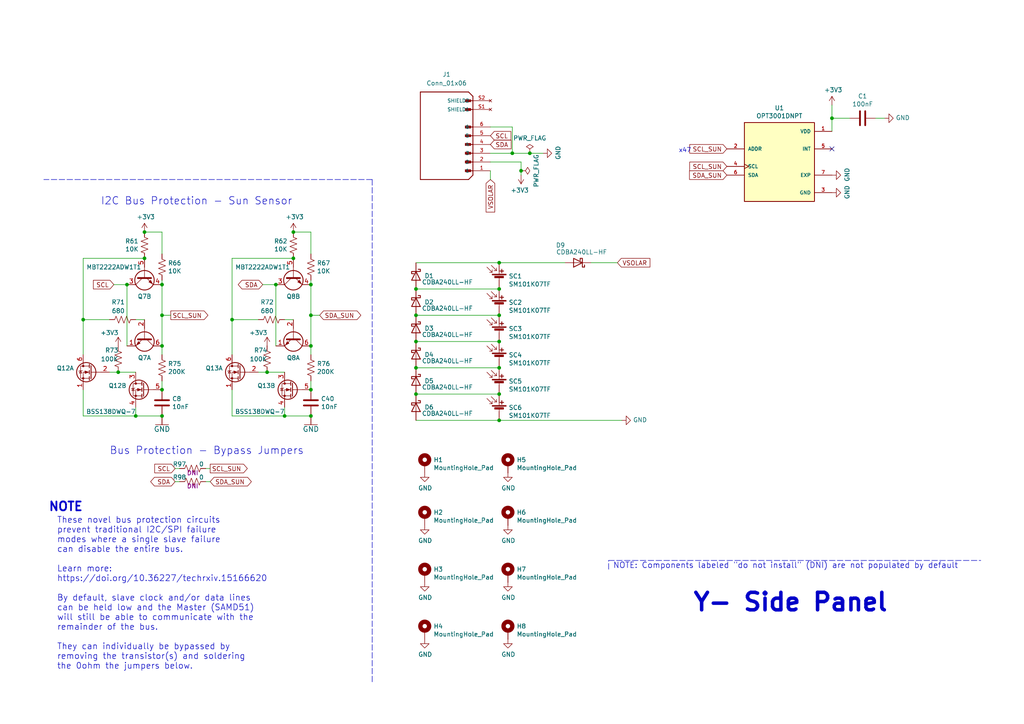
<source format=kicad_sch>
(kicad_sch (version 20211123) (generator eeschema)
  (paper "A4")
  (title_block (title "Sapling Y- Side Panel") (date "2022-05-02") (rev "Flight Ver. 1") (company "Stanford SSI") (comment 1 "Grant Regen"))
  (lib_symbols
    (symbol "Device:C" (pin_numbers hide) (pin_names (offset 0.254))
      (property "Reference" "C" (at 0.635 2.54 0))
      (property "Value" "C" (at 0.635 -2.54 0))
      (symbol "C_0_1"
        (polyline (pts (xy -2.032 -0.762) (xy 2.032 -0.762)) (stroke (width 0.508)))
        (polyline (pts (xy -2.032 0.762) (xy 2.032 0.762)) (stroke (width 0.508)))
      )
      (symbol "C_1_1"
        (pin passive line (at 0 3.81 270) (length 2.794) (name "~") (number "1"))
        (pin passive line (at 0 -3.81 90) (length 2.794) (name "~") (number "2"))
      )
    )
    (symbol "Device:D_Schottky" (pin_numbers hide) (pin_names (offset 1.016) hide)
      (property "Reference" "D" (at 0 2.54 0))
      (property "Value" "D_Schottky" (at 0 -2.54 0))
      (symbol "D_Schottky_0_1"
        (polyline (pts (xy 1.27 0) (xy -1.27 0)))
        (polyline (pts (xy 1.27 1.27) (xy 1.27 -1.27) (xy -1.27 0) (xy 1.27 1.27)) (stroke (width 0.254)))
        (polyline (pts (xy -1.905 0.635) (xy -1.905 1.27) (xy -1.27 1.27) (xy -1.27 -1.27) (xy -0.635 -1.27) (xy -0.635 -0.635)) (stroke (width 0.254)))
      )
      (symbol "D_Schottky_1_1"
        (pin passive line (at -3.81 0 0) (length 2.54) (name "K") (number "1"))
        (pin passive line (at 3.81 0 180) (length 2.54) (name "A") (number "2"))
      )
    )
    (symbol "Device:R_US" (pin_numbers hide) (pin_names (offset 0))
      (property "Reference" "R" (at 2.54 0 90))
      (property "Value" "R_US" (at -2.54 0 90))
      (symbol "R_US_0_1"
        (polyline (pts (xy 0 -2.286) (xy 0 -2.54)))
        (polyline (pts (xy 0 2.286) (xy 0 2.54)))
        (polyline (pts (xy 0 -0.762) (xy 1.016 -1.143) (xy 0 -1.524) (xy -1.016 -1.905) (xy 0 -2.286)))
        (polyline (pts (xy 0 0.762) (xy 1.016 0.381) (xy 0 0) (xy -1.016 -0.381) (xy 0 -0.762)))
        (polyline (pts (xy 0 2.286) (xy 1.016 1.905) (xy 0 1.524) (xy -1.016 1.143) (xy 0 0.762)))
      )
      (symbol "R_US_1_1"
        (pin passive line (at 0 3.81 270) (length 1.27) (name "~") (number "1"))
        (pin passive line (at 0 -3.81 90) (length 1.27) (name "~") (number "2"))
      )
    )
    (symbol "Device:Solar_Cell" (pin_numbers hide) (pin_names (offset 0) hide)
      (property "Reference" "SC" (at 2.54 2.54 0))
      (property "Value" "Solar_Cell" (at 2.54 0 0))
      (symbol "Solar_Cell_0_1"
        (rectangle (start -2.032 1.778) (end 2.032 1.524) (fill (type outline)))
        (rectangle (start -1.3208 1.1938) (end 1.27 0.6858) (fill (type outline)))
        (polyline (pts (xy -2.032 2.286) (xy -3.556 3.81)))
        (polyline (pts (xy -0.762 2.794) (xy -2.286 4.318)))
        (polyline (pts (xy 0 0.762) (xy 0 0)))
        (polyline (pts (xy 0 1.778) (xy 0 2.54)))
        (polyline (pts (xy 0.254 2.667) (xy 1.27 2.667)) (stroke (width 0.254)))
        (polyline (pts (xy 0.762 3.175) (xy 0.762 2.159)) (stroke (width 0.254)))
        (polyline (pts (xy -2.032 3.048) (xy -2.032 2.286) (xy -2.794 2.286)))
        (polyline (pts (xy -0.762 3.556) (xy -0.762 2.794) (xy -1.524 2.794)))
      )
      (symbol "Solar_Cell_1_1"
        (pin passive line (at 0 5.08 270) (length 2.54) (name "+") (number "1"))
        (pin passive line (at 0 -2.54 90) (length 2.54) (name "-") (number "2"))
      )
    )
    (symbol "Mechanical:MountingHole_Pad" (pin_numbers hide) (pin_names (offset 1.016) hide)
      (property "Reference" "H" (at 0 6.35 0))
      (property "Value" "MountingHole_Pad" (at 0 4.445 0))
      (symbol "MountingHole_Pad_0_1"
        (circle (center 0 1.27) (radius 1.27) (stroke (width 1.27)))
      )
      (symbol "MountingHole_Pad_1_1"
        (pin input line (at 0 -2.54 90) (length 2.54) (name "1") (number "1"))
      )
    )
    (symbol "Transistor_BJT:MBT2222ADW1T1" (pin_names (offset 0) hide)
      (property "Reference" "Q" (at 5.08 1.27 0))
      (property "Value" "MBT2222ADW1T1" (at 5.08 -1.27 0))
      (symbol "MBT2222ADW1T1_0_1"
        (polyline (pts (xy 0.635 0) (xy -2.54 0)))
        (polyline (pts (xy 0.635 0.635) (xy 2.54 2.54)))
        (polyline (pts (xy 0.635 -0.635) (xy 2.54 -2.54) (xy 2.54 -2.54)))
        (polyline (pts (xy 0.635 1.905) (xy 0.635 -1.905) (xy 0.635 -1.905)) (stroke (width 0.508)))
        (polyline (pts (xy 1.27 -1.778) (xy 1.778 -1.27) (xy 2.286 -2.286) (xy 1.27 -1.778) (xy 1.27 -1.778)) (fill (type outline)))
        (circle (center 1.27 0) (radius 2.8194) (stroke (width 0.254)))
      )
      (symbol "MBT2222ADW1T1_1_1"
        (pin passive line (at 2.54 -5.08 90) (length 2.54) (name "E1") (number "1"))
        (pin input line (at -5.08 0 0) (length 2.54) (name "B1") (number "2"))
        (pin passive line (at 2.54 5.08 270) (length 2.54) (name "C1") (number "6"))
      )
      (symbol "MBT2222ADW1T1_2_1"
        (pin passive line (at 2.54 5.08 270) (length 2.54) (name "C2") (number "3"))
        (pin passive line (at 2.54 -5.08 90) (length 2.54) (name "E2") (number "4"))
        (pin input line (at -5.08 0 0) (length 2.54) (name "B2") (number "5"))
      )
    )
    (symbol "mainboard:BSS138DWQ-7" (pin_names (offset 0.762) hide)
      (property "Reference" "Q" (at -2.54 5.08 0))
      (property "Value" "BSS138DWQ-7" (at 3.81 6.35 0))
      (symbol "BSS138DWQ-7_1_1"
        (polyline (pts (xy -1.016 0) (xy -3.81 0)))
        (polyline (pts (xy -1.016 1.905) (xy -1.016 -1.905)) (stroke (width 0.254)))
        (polyline (pts (xy -0.508 -1.27) (xy -0.508 -2.286)) (stroke (width 0.254)))
        (polyline (pts (xy -0.508 0.508) (xy -0.508 -0.508)) (stroke (width 0.254)))
        (polyline (pts (xy -0.508 2.286) (xy -0.508 1.27)) (stroke (width 0.254)))
        (polyline (pts (xy 1.27 2.54) (xy 1.27 1.778)))
        (polyline (pts (xy 1.27 -2.54) (xy 1.27 0) (xy -0.508 0)))
        (polyline (pts (xy -0.508 -1.778) (xy 2.032 -1.778) (xy 2.032 1.778) (xy -0.508 1.778)))
        (polyline (pts (xy -0.254 0) (xy 0.762 0.381) (xy 0.762 -0.381) (xy -0.254 0)) (fill (type outline)))
        (polyline (pts (xy 1.524 0.508) (xy 1.651 0.381) (xy 2.413 0.381) (xy 2.54 0.254)))
        (polyline (pts (xy 2.032 0.381) (xy 1.651 -0.254) (xy 2.413 -0.254) (xy 2.032 0.381)))
        (circle (center 0.381 0) (radius 2.794) (stroke (width 0.254)))
        (circle (center 1.27 -1.778) (radius 0.254) (fill (type outline)))
        (circle (center 1.27 1.778) (radius 0.254) (fill (type outline)))
        (pin passive line (at 1.27 -5.08 90) (length 2.54) (name "S2") (number "1"))
        (pin input line (at -6.35 0 0) (length 2.54) (name "G2") (number "2"))
        (pin passive line (at 1.27 5.08 270) (length 2.54) (name "D1") (number "6"))
      )
      (symbol "BSS138DWQ-7_2_1"
        (polyline (pts (xy -1.016 0) (xy -3.81 0)))
        (polyline (pts (xy -1.016 1.905) (xy -1.016 -1.905)) (stroke (width 0.254)))
        (polyline (pts (xy -0.508 -1.27) (xy -0.508 -2.286)) (stroke (width 0.254)))
        (polyline (pts (xy -0.508 0.508) (xy -0.508 -0.508)) (stroke (width 0.254)))
        (polyline (pts (xy -0.508 2.286) (xy -0.508 1.27)) (stroke (width 0.254)))
        (polyline (pts (xy 1.27 2.54) (xy 1.27 1.778)))
        (polyline (pts (xy 1.27 -2.54) (xy 1.27 0) (xy -0.508 0)))
        (polyline (pts (xy -0.508 -1.778) (xy 2.032 -1.778) (xy 2.032 1.778) (xy -0.508 1.778)))
        (polyline (pts (xy -0.254 0) (xy 0.762 0.381) (xy 0.762 -0.381) (xy -0.254 0)) (fill (type outline)))
        (polyline (pts (xy 1.524 0.508) (xy 1.651 0.381) (xy 2.413 0.381) (xy 2.54 0.254)))
        (polyline (pts (xy 2.032 0.381) (xy 1.651 -0.254) (xy 2.413 -0.254) (xy 2.032 0.381)))
        (circle (center 0.381 0) (radius 2.794) (stroke (width 0.254)))
        (circle (center 1.27 -1.778) (radius 0.254) (fill (type outline)))
        (circle (center 1.27 1.778) (radius 0.254) (fill (type outline)))
        (pin passive line (at 1.27 5.08 270) (length 2.54) (name "D2") (number "3"))
        (pin passive line (at 1.27 -5.08 90) (length 2.54) (name "S1") (number "4"))
        (pin input line (at -6.35 0 0) (length 2.54) (name "G1") (number "5"))
      )
    )
    (symbol "mainboard:GND" (power) (pin_names (offset 1.016))
      (property "Value" "GND" (at -2.54 -2.54 0))
      (symbol "GND_1_0"
        (polyline (pts (xy -1.905 0) (xy 1.905 0)))
        (pin power_in line (at 0 2.54 270) (length 2.54) (name "GND") (number "1"))
      )
    )
    (symbol "power:+3.3V" (power) (pin_names (offset 0))
      (property "Value" "+3.3V" (at 0 3.556 0))
      (symbol "+3.3V_0_1"
        (polyline (pts (xy -0.762 1.27) (xy 0 2.54)))
        (polyline (pts (xy 0 0) (xy 0 2.54)))
        (polyline (pts (xy 0 2.54) (xy 0.762 1.27)))
      )
      (symbol "+3.3V_1_1"
        (pin power_in line (at 0 0 90) (length 0) hide (name "+3V3") (number "1"))
      )
    )
    (symbol "power:GND" (power) (pin_names (offset 0))
      (property "Value" "GND" (at 0 -3.81 0))
      (symbol "GND_0_1"
        (polyline (pts (xy 0 0) (xy 0 -1.27) (xy 1.27 -1.27) (xy 0 -2.54) (xy -1.27 -1.27) (xy 0 -1.27)))
      )
      (symbol "GND_1_1"
        (pin power_in line (at 0 0 270) (length 0) hide (name "GND") (number "1"))
      )
    )
    (symbol "power:PWR_FLAG" (power) (pin_numbers hide) (pin_names (offset 0) hide)
      (property "Value" "PWR_FLAG" (at 0 3.81 0))
      (symbol "PWR_FLAG_0_0"
        (pin power_out line (at 0 0 90) (length 0) (name "pwr") (number "1"))
      )
      (symbol "PWR_FLAG_0_1"
        (polyline (pts (xy 0 0) (xy 0 1.27) (xy -1.016 1.905) (xy 0 2.54) (xy 1.016 1.905) (xy 0 1.27)))
      )
    )
    (symbol "solarpanelboards:2053380006" (pin_names (offset 1.016))
      (property "Reference" "J" (at -7.62 13.97 0))
      (property "Value" "2053380006" (at -7.62 -15.24 0))
      (symbol "2053380006_0_0"
        (rectangle (start -6.985 -10.4648) (end -5.3848 -9.8298) (fill (type outline)))
        (rectangle (start -6.985 -7.9248) (end -5.3848 -7.2898) (fill (type outline)))
        (rectangle (start -6.985 -2.8448) (end -5.3848 -2.2098) (fill (type outline)))
        (rectangle (start -6.985 -0.3048) (end -5.3848 0.3048) (fill (type outline)))
        (rectangle (start -6.985 2.2098) (end -5.3848 2.8448) (fill (type outline)))
        (rectangle (start -6.985 4.7498) (end -5.3848 5.3848) (fill (type outline)))
        (rectangle (start -6.985 7.2898) (end -5.3848 7.9248) (fill (type outline)))
        (rectangle (start -6.985 9.8298) (end -5.3848 10.4648) (fill (type outline)))
        (polyline (pts (xy -7.62 -11.43) (xy -6.35 -12.7)) (stroke (width 0.254)))
        (polyline (pts (xy -7.62 -10.16) (xy -5.715 -10.16)) (stroke (width 0.254)))
        (polyline (pts (xy -7.62 -7.62) (xy -5.715 -7.62)) (stroke (width 0.254)))
        (polyline (pts (xy -7.62 -2.54) (xy -7.62 -11.43)) (stroke (width 0.254)))
        (polyline (pts (xy -7.62 -2.54) (xy -5.715 -2.54)) (stroke (width 0.254)))
        (polyline (pts (xy -7.62 0) (xy -7.62 -2.54)) (stroke (width 0.254)))
        (polyline (pts (xy -7.62 0) (xy -5.715 0)) (stroke (width 0.254)))
        (polyline (pts (xy -7.62 2.54) (xy -7.62 0)) (stroke (width 0.254)))
        (polyline (pts (xy -7.62 2.54) (xy -5.715 2.54)) (stroke (width 0.254)))
        (polyline (pts (xy -7.62 5.08) (xy -7.62 2.54)) (stroke (width 0.254)))
        (polyline (pts (xy -7.62 5.08) (xy -5.715 5.08)) (stroke (width 0.254)))
        (polyline (pts (xy -7.62 7.62) (xy -5.715 7.62)) (stroke (width 0.254)))
        (polyline (pts (xy -7.62 10.16) (xy -5.715 10.16)) (stroke (width 0.254)))
        (polyline (pts (xy -7.62 11.43) (xy -7.62 5.08)) (stroke (width 0.254)))
        (polyline (pts (xy -7.62 11.43) (xy -6.35 12.7)) (stroke (width 0.254)))
        (polyline (pts (xy -6.35 -12.7) (xy 7.62 -12.7)) (stroke (width 0.254)))
        (polyline (pts (xy 7.62 -12.7) (xy 7.62 12.7)) (stroke (width 0.254)))
        (polyline (pts (xy 7.62 12.7) (xy -6.35 12.7)) (stroke (width 0.254)))
        (pin passive line (at -12.7 10.16 0) (length 5.08) (name "1") (number "1"))
        (pin passive line (at -12.7 7.62 0) (length 5.08) (name "2") (number "2"))
        (pin passive line (at -12.7 5.08 0) (length 5.08) (name "3") (number "3"))
        (pin passive line (at -12.7 2.54 0) (length 5.08) (name "4") (number "4"))
        (pin passive line (at -12.7 0 0) (length 5.08) (name "5") (number "5"))
        (pin passive line (at -12.7 -2.54 0) (length 5.08) (name "6") (number "6"))
        (pin no_connect line (at -12.7 -7.62 0) (length 5.08) (name "SHIELD1") (number "S1"))
        (pin no_connect line (at -12.7 -10.16 0) (length 5.08) (name "SHIELD2") (number "S2"))
      )
    )
    (symbol "solarpanelboards:OPT3001DNPT" (pin_names (offset 1.016))
      (property "Reference" "U" (at -10.16 13.97 0))
      (property "Value" "OPT3001DNPT" (at -6.35 -12.7 0))
      (symbol "OPT3001DNPT_0_0"
        (rectangle (start -10.16 -10.16) (end 10.16 12.7) (stroke (width 0.254)) (fill (type background)))
        (pin power_in line (at 15.24 10.16 180) (length 5.08) (name "VDD") (number "1"))
        (pin input line (at -15.24 5.08 0) (length 5.08) (name "ADDR") (number "2"))
        (pin power_in line (at 15.24 -7.62 180) (length 5.08) (name "GND") (number "3"))
        (pin input clock (at -15.24 0 0) (length 5.08) (name "SCL") (number "4"))
        (pin output line (at 15.24 5.08 180) (length 5.08) (name "INT") (number "5"))
        (pin bidirectional line (at -15.24 -2.54 0) (length 5.08) (name "SDA") (number "6"))
        (pin passive line (at 15.24 -2.54 180) (length 5.08) (name "EXP") (number "7"))
      )
    )
  )
  (junction (at 90.17 113.03))
  (junction (at 85.09 67.31))
  (junction (at 120.65 83.82))
  (junction (at 120.65 114.3))
  (junction (at 148.59 44.45))
  (junction (at 46.99 91.44))
  (junction (at 144.78 121.92))
  (junction (at 77.47 107.95))
  (junction (at 46.99 113.03))
  (junction (at 144.78 99.06))
  (junction (at 41.91 74.93))
  (junction (at 46.99 82.55))
  (junction (at 82.55 120.65))
  (junction (at 34.29 107.95))
  (junction (at 144.78 106.68))
  (junction (at 24.13 92.71))
  (junction (at 80.01 82.55))
  (junction (at 144.78 91.44))
  (junction (at 90.17 91.44))
  (junction (at 46.99 120.65))
  (junction (at 144.78 76.2))
  (junction (at 67.31 92.71))
  (junction (at 46.99 100.33))
  (junction (at 120.65 106.68))
  (junction (at 151.13 49.53))
  (junction (at 90.17 82.55))
  (junction (at 144.78 114.3))
  (junction (at 85.09 74.93))
  (junction (at 120.65 99.06))
  (junction (at 39.37 120.65))
  (junction (at 41.91 67.31))
  (junction (at 153.67 44.45))
  (junction (at 36.83 82.55))
  (junction (at 120.65 91.44))
  (junction (at 241.3 34.29))
  (junction (at 90.17 120.65))
  (junction (at 144.78 83.82))
  (junction (at 90.17 100.33))
  (no_connect (at 241.3 43.18))
  (wire (pts (xy 36.83 82.55) (xy 36.83 100.33)))
  (wire (pts (xy 142.24 46.99) (xy 151.13 46.99)))
  (wire (pts (xy 24.13 102.87) (xy 24.13 92.71)))
  (wire (pts (xy 120.65 91.44) (xy 144.78 91.44)))
  (wire (pts (xy 49.53 91.44) (xy 46.99 91.44)))
  (wire (pts (xy 46.99 91.44) (xy 46.99 82.55)))
  (wire (pts (xy 46.99 110.49) (xy 46.99 113.03)))
  (wire (pts (xy 67.31 102.87) (xy 67.31 92.71)))
  (wire (pts (xy 92.71 91.44) (xy 90.17 91.44)))
  (wire (pts (xy 90.17 102.87) (xy 90.17 100.33)))
  (wire (pts (xy 171.45 76.2) (xy 179.07 76.2)))
  (polyline (pts (xy 176.53 165.1) (xy 176.53 162.56)))
  (wire (pts (xy 241.3 34.29) (xy 241.3 30.48)))
  (wire (pts (xy 77.47 107.95) (xy 74.93 107.95)))
  (wire (pts (xy 76.2 82.55) (xy 80.01 82.55)))
  (wire (pts (xy 50.8 135.89) (xy 52.07 135.89)))
  (wire (pts (xy 39.37 107.95) (xy 34.29 107.95)))
  (wire (pts (xy 24.13 74.93) (xy 41.91 74.93)))
  (wire (pts (xy 254 34.29) (xy 256.54 34.29)))
  (wire (pts (xy 90.17 110.49) (xy 90.17 113.03)))
  (wire (pts (xy 120.65 83.82) (xy 144.78 83.82)))
  (wire (pts (xy 60.96 139.7) (xy 59.69 139.7)))
  (wire (pts (xy 142.24 49.53) (xy 142.24 52.07)))
  (wire (pts (xy 67.31 113.03) (xy 67.31 120.65)))
  (wire (pts (xy 142.24 36.83) (xy 148.59 36.83)))
  (wire (pts (xy 148.59 44.45) (xy 153.67 44.45)))
  (wire (pts (xy 120.65 99.06) (xy 144.78 99.06)))
  (wire (pts (xy 67.31 120.65) (xy 82.55 120.65)))
  (wire (pts (xy 241.3 38.1) (xy 241.3 34.29)))
  (wire (pts (xy 24.13 92.71) (xy 31.75 92.71)))
  (wire (pts (xy 90.17 100.33) (xy 90.17 91.44)))
  (wire (pts (xy 67.31 74.93) (xy 85.09 74.93)))
  (polyline (pts (xy 107.95 52.07) (xy 107.95 198.12)))
  (wire (pts (xy 120.65 121.92) (xy 144.78 121.92)))
  (wire (pts (xy 50.8 139.7) (xy 52.07 139.7)))
  (wire (pts (xy 85.09 92.71) (xy 82.55 92.71)))
  (wire (pts (xy 67.31 92.71) (xy 74.93 92.71)))
  (wire (pts (xy 90.17 73.66) (xy 90.17 67.31)))
  (polyline (pts (xy 176.53 162.56) (xy 284.48 162.56)))
  (wire (pts (xy 24.13 113.03) (xy 24.13 120.65)))
  (wire (pts (xy 46.99 67.31) (xy 41.91 67.31)))
  (wire (pts (xy 144.78 121.92) (xy 180.34 121.92)))
  (wire (pts (xy 148.59 36.83) (xy 148.59 44.45)))
  (wire (pts (xy 120.65 76.2) (xy 144.78 76.2)))
  (wire (pts (xy 163.83 76.2) (xy 144.78 76.2)))
  (wire (pts (xy 39.37 118.11) (xy 39.37 120.65)))
  (wire (pts (xy 39.37 120.65) (xy 46.99 120.65)))
  (wire (pts (xy 80.01 82.55) (xy 80.01 100.33)))
  (wire (pts (xy 120.65 106.68) (xy 144.78 106.68)))
  (wire (pts (xy 33.02 82.55) (xy 36.83 82.55)))
  (wire (pts (xy 82.55 107.95) (xy 77.47 107.95)))
  (wire (pts (xy 60.96 135.89) (xy 59.69 135.89)))
  (wire (pts (xy 46.99 102.87) (xy 46.99 100.33)))
  (wire (pts (xy 41.91 92.71) (xy 39.37 92.71)))
  (wire (pts (xy 153.67 44.45) (xy 157.48 44.45)))
  (wire (pts (xy 46.99 100.33) (xy 46.99 91.44)))
  (wire (pts (xy 67.31 92.71) (xy 67.31 74.93)))
  (wire (pts (xy 24.13 120.65) (xy 39.37 120.65)))
  (wire (pts (xy 151.13 49.53) (xy 151.13 50.8)))
  (wire (pts (xy 90.17 91.44) (xy 90.17 82.55)))
  (wire (pts (xy 34.29 107.95) (xy 31.75 107.95)))
  (wire (pts (xy 82.55 118.11) (xy 82.55 120.65)))
  (wire (pts (xy 46.99 81.28) (xy 46.99 82.55)))
  (wire (pts (xy 82.55 120.65) (xy 90.17 120.65)))
  (wire (pts (xy 46.99 73.66) (xy 46.99 67.31)))
  (wire (pts (xy 120.65 114.3) (xy 144.78 114.3)))
  (wire (pts (xy 151.13 46.99) (xy 151.13 49.53)))
  (wire (pts (xy 24.13 92.71) (xy 24.13 74.93)))
  (wire (pts (xy 246.38 34.29) (xy 241.3 34.29)))
  (wire (pts (xy 90.17 67.31) (xy 85.09 67.31)))
  (wire (pts (xy 142.24 44.45) (xy 148.59 44.45)))
  (polyline (pts (xy 107.95 52.07) (xy 12.7 52.07)))
  (wire (pts (xy 90.17 81.28) (xy 90.17 82.55)))
  (text "Y- Side Panel" (at 200.66 177.8 0) (effects (font (size 5.08 5.08) (thickness 1.016) bold) (justify left bottom)))
  (text "x47" (at 196.85 44.45 0) (effects (font (size 1.27 1.27)) (justify left bottom)))
  (text "Bus Protection - Bypass Jumpers" (at 31.75 132.08 0) (effects (font (size 2.159 2.159)) (justify left bottom)))
  (text "NOTE: Components labeled \"do not install\" (DNI) are not populated by default" (at 177.8 165.1 0) (effects (font (size 1.651 1.651)) (justify left bottom)))
  (text "NOTE" (at 13.97 148.59 0) (effects (font (size 2.54 2.54) (thickness 0.508) bold) (justify left bottom)))
  (text "These novel bus protection circuits\nprevent traditional I2C/SPI failure \nmodes where a single slave failure\ncan disable the entire bus.\n\nLearn more: \nhttps://doi.org/10.36227/techrxiv.15166620\n\nBy default, slave clock and/or data lines \ncan be held low and the Master (SAMD51) \nwill still be able to communicate with the \nremainder of the bus.\n\nThey can individually be bypassed by \nremoving the transistor(s) and soldering\nthe 0ohm the jumpers below." (at 16.51 194.31 0) (effects (font (size 1.7526 1.7526)) (justify left bottom)))
  (text "I2C Bus Protection - Sun Sensor" (at 29.21 59.69 0) (effects (font (size 2.159 2.159)) (justify left bottom)))
  (global_label "SDA_SUN" (shape input) (at 210.82 50.8 180) (property "Intersheet References" "${INTERSHEET_REFS}" (effects hide)))
  (global_label "SCL" (shape input) (at 33.02 82.55 180) (property "Intersheet References" "${INTERSHEET_REFS}" (effects hide)))
  (global_label "SCL_SUN" (shape output) (at 60.96 135.89 0) (property "Intersheet References" "${INTERSHEET_REFS}" (effects hide)))
  (global_label "SCL_SUN" (shape input) (at 210.82 48.26 180) (property "Intersheet References" "${INTERSHEET_REFS}" (effects hide)))
  (global_label "SDA" (shape bidirectional) (at 50.8 139.7 180) (property "Intersheet References" "${INTERSHEET_REFS}" (effects hide)))
  (global_label "SCL_SUN" (shape output) (at 49.53 91.44 0) (property "Intersheet References" "${INTERSHEET_REFS}" (effects hide)))
  (global_label "SCL_SUN" (shape input) (at 210.82 43.18 180) (property "Intersheet References" "${INTERSHEET_REFS}" (effects hide)))
  (global_label "VSOLAR" (shape input) (at 142.24 52.07 270) (property "Intersheet References" "${INTERSHEET_REFS}" (effects hide)))
  (global_label "SCL" (shape input) (at 142.24 39.37 0) (property "Intersheet References" "${INTERSHEET_REFS}" (effects hide)))
  (global_label "SDA" (shape bidirectional) (at 76.2 82.55 180) (property "Intersheet References" "${INTERSHEET_REFS}" (effects hide)))
  (global_label "SDA_SUN" (shape bidirectional) (at 60.96 139.7 0) (property "Intersheet References" "${INTERSHEET_REFS}" (effects hide)))
  (global_label "SCL" (shape input) (at 50.8 135.89 180) (property "Intersheet References" "${INTERSHEET_REFS}" (effects hide)))
  (global_label "SDA_SUN" (shape bidirectional) (at 92.71 91.44 0) (property "Intersheet References" "${INTERSHEET_REFS}" (effects hide)))
  (global_label "VSOLAR" (shape input) (at 179.07 76.2 0) (property "Intersheet References" "${INTERSHEET_REFS}" (effects hide)))
  (global_label "SDA" (shape input) (at 142.24 41.91 0) (property "Intersheet References" "${INTERSHEET_REFS}" (effects hide)))
  (symbol (lib_id "mainboard:BSS138DWQ-7") (at 25.4 107.95 0) (mirror y) (unit 1)
    (property "Reference" "Q12" (at 21.463 106.7816 0) (effects (justify left)))
    (property "Value" "BSS138DWQ-7" (at 39.37 119.38 0) (effects (justify left)))
    (property "Footprint" "sputnik2U:BSS138DWQ-7" (effects hide))
    (property "Datasheet" "https://www.diodes.com/assets/Datasheets/BSS138DWQ.pdf" (effects hide))
    (property "Description" "Dual N-Channel MOSFET - 2NMOS" (effects hide))
    (property "Flight" "BSS138DWQ-7" (effects hide))
    (property "Manufacturer_Name" "Diodes Incorporated" (effects hide))
    (property "Manufacturer_Part_Number" "BSS138DWQ-7" (effects hide))
    (property "Proto" "BSS138DWQ-7" (effects hide))
  )
  (symbol (lib_id "mainboard:BSS138DWQ-7") (at 40.64 113.03 0) (mirror y) (unit 2)
    (property "Reference" "Q12" (at 36.703 111.8616 0) (effects (justify left)))
    (property "Value" "BSS138DWQ-7" (effects hide))
    (property "Footprint" "sputnik2U:BSS138DWQ-7" (effects hide))
    (property "Datasheet" "https://www.diodes.com/assets/Datasheets/BSS138DWQ.pdf" (effects hide))
    (property "Description" "Dual N-Channel MOSFET - 2NMOS" (effects hide))
    (property "Flight" "BSS138DWQ-7" (effects hide))
    (property "Manufacturer_Name" "Diodes Incorporated" (effects hide))
    (property "Manufacturer_Part_Number" "BSS138DWQ-7" (effects hide))
    (property "Proto" "BSS138DWQ-7" (effects hide))
  )
  (symbol (lib_id "Transistor_BJT:MBT2222ADW1T1") (at 41.91 97.79 270) (unit 1)
    (property "Reference" "Q7" (at 41.91 103.7844 90))
    (property "Value" "MBT2222ADW1T1" (effects hide))
    (property "Footprint" "Package_TO_SOT_SMD:SOT-363_SC-70-6" (effects hide))
    (property "Datasheet" "http://www.onsemi.com/pub_link/Collateral/MBT2222ADW1T1-D.PDF" (effects hide))
    (property "Description" "Dual NPN BJT - 2NPN" (effects hide))
    (property "Flight" "MBT2222ADW1T1G" (effects hide))
    (property "Manufacturer_Name" "ON Semiconductor" (effects hide))
    (property "Manufacturer_Part_Number" "MBT2222ADW1T1G" (effects hide))
    (property "Proto" "MBT2222ADW1T1G" (effects hide))
  )
  (symbol (lib_id "Transistor_BJT:MBT2222ADW1T1") (at 41.91 80.01 90) (mirror x) (unit 2)
    (property "Reference" "Q7" (at 41.91 85.979 90))
    (property "Value" "MBT2222ADW1T1" (at 33.02 77.47 90))
    (property "Footprint" "Package_TO_SOT_SMD:SOT-363_SC-70-6" (effects hide))
    (property "Datasheet" "http://www.onsemi.com/pub_link/Collateral/MBT2222ADW1T1-D.PDF" (effects hide))
    (property "Description" "Dual NPN BJT - 2NPN" (effects hide))
    (property "Flight" "MBT2222ADW1T1G" (effects hide))
    (property "Manufacturer_Name" "ON Semiconductor" (effects hide))
    (property "Manufacturer_Part_Number" "MBT2222ADW1T1G" (effects hide))
    (property "Proto" "MBT2222ADW1T1G" (effects hide))
  )
  (symbol (lib_id "Device:C") (at 46.99 116.84 0) (unit 1)
    (property "Reference" "C8" (at 49.911 115.6716 0) (effects (justify left)))
    (property "Value" "10nF" (at 49.911 117.983 0) (effects (justify left)))
    (property "Footprint" "Capacitor_SMD:C_0603_1608Metric" (effects hide))
    (property "Description" "10nF +-10% 50V X7R" (effects hide))
  )
  (symbol (lib_id "mainboard:GND") (at 46.99 123.19 0) (unit 1)
    (property "Reference" "#GND045" (effects hide))
    (property "Value" "GND" (at 46.99 124.46 0) (effects (font (size 1.4986 1.4986))))
  )
  (symbol (lib_id "Device:R_US") (at 46.99 77.47 0) (unit 1)
    (property "Reference" "R66" (at 48.7172 76.3016 0) (effects (justify left)))
    (property "Value" "10K" (at 48.7172 78.613 0) (effects (justify left)))
    (property "Footprint" "Resistor_SMD:R_0603_1608Metric" (effects hide))
    (property "Description" "10K 0603" (effects hide))
  )
  (symbol (lib_id "Device:R_US") (at 41.91 71.12 0) (unit 1)
    (property "Reference" "R61" (at 40.2082 69.9516 0) (effects (justify right)))
    (property "Value" "10K" (at 40.2082 72.263 0) (effects (justify right)))
    (property "Footprint" "Resistor_SMD:R_0603_1608Metric" (effects hide))
    (property "Description" "10K 0603" (effects hide))
  )
  (symbol (lib_id "Device:R_US") (at 35.56 92.71 270) (unit 1)
    (property "Reference" "R71" (at 34.29 87.63 90))
    (property "Value" "680" (at 34.29 90.17 90))
    (property "Footprint" "Resistor_SMD:R_0603_1608Metric" (effects hide))
    (property "Description" "680 0603" (effects hide))
  )
  (symbol (lib_id "Device:R_US") (at 34.29 104.14 0) (unit 1)
    (property "Reference" "R73" (at 30.48 101.6 0) (effects (justify left)))
    (property "Value" "100K" (at 29.21 104.14 0) (effects (justify left)))
    (property "Footprint" "Resistor_SMD:R_0603_1608Metric" (effects hide))
    (property "Description" "100K 0603" (effects hide))
  )
  (symbol (lib_id "Device:R_US") (at 46.99 106.68 0) (unit 1)
    (property "Reference" "R75" (at 48.7172 105.5116 0) (effects (justify left)))
    (property "Value" "200K" (at 48.7172 107.823 0) (effects (justify left)))
    (property "Footprint" "Resistor_SMD:R_0603_1608Metric" (effects hide))
    (property "Description" "200K 0603" (effects hide))
  )
  (symbol (lib_id "Transistor_BJT:MBT2222ADW1T1") (at 85.09 97.79 270) (unit 1)
    (property "Reference" "Q8" (at 85.09 103.7844 90))
    (property "Value" "MBT2222ADW1T1" (effects hide))
    (property "Footprint" "Package_TO_SOT_SMD:SOT-363_SC-70-6" (effects hide))
    (property "Datasheet" "http://www.onsemi.com/pub_link/Collateral/MBT2222ADW1T1-D.PDF" (effects hide))
    (property "Description" "Dual NPN BJT - 2NPN" (effects hide))
    (property "Flight" "MBT2222ADW1T1G" (effects hide))
    (property "Manufacturer_Name" "ON Semiconductor" (effects hide))
    (property "Manufacturer_Part_Number" "MBT2222ADW1T1G" (effects hide))
    (property "Proto" "MBT2222ADW1T1G" (effects hide))
  )
  (symbol (lib_id "Transistor_BJT:MBT2222ADW1T1") (at 85.09 80.01 90) (mirror x) (unit 2)
    (property "Reference" "Q8" (at 85.09 85.979 90))
    (property "Value" "MBT2222ADW1T1" (at 76.2 77.47 90))
    (property "Footprint" "Package_TO_SOT_SMD:SOT-363_SC-70-6" (effects hide))
    (property "Datasheet" "http://www.onsemi.com/pub_link/Collateral/MBT2222ADW1T1-D.PDF" (effects hide))
    (property "Description" "Dual NPN BJT - 2NPN" (effects hide))
    (property "Flight" "MBT2222ADW1T1G" (effects hide))
    (property "Manufacturer_Name" "ON Semiconductor" (effects hide))
    (property "Manufacturer_Part_Number" "MBT2222ADW1T1G" (effects hide))
    (property "Proto" "MBT2222ADW1T1G" (effects hide))
  )
  (symbol (lib_id "Device:C") (at 90.17 116.84 0) (unit 1)
    (property "Reference" "C40" (at 93.091 115.6716 0) (effects (justify left)))
    (property "Value" "10nF" (at 93.091 117.983 0) (effects (justify left)))
    (property "Footprint" "Capacitor_SMD:C_0603_1608Metric" (effects hide))
    (property "Description" "10nF +-10% 50V X7R" (effects hide))
  )
  (symbol (lib_id "mainboard:GND") (at 90.17 123.19 0) (unit 1)
    (property "Reference" "#GND046" (effects hide))
    (property "Value" "GND" (at 90.17 124.46 0) (effects (font (size 1.4986 1.4986))))
  )
  (symbol (lib_id "Device:R_US") (at 85.09 71.12 0) (unit 1)
    (property "Reference" "R62" (at 83.3882 69.9516 0) (effects (justify right)))
    (property "Value" "10K" (at 83.3882 72.263 0) (effects (justify right)))
    (property "Footprint" "Resistor_SMD:R_0603_1608Metric" (effects hide))
    (property "Description" "10K 0603" (effects hide))
  )
  (symbol (lib_id "Device:R_US") (at 78.74 92.71 270) (unit 1)
    (property "Reference" "R72" (at 77.47 87.63 90))
    (property "Value" "680" (at 77.47 90.17 90))
    (property "Footprint" "Resistor_SMD:R_0603_1608Metric" (effects hide))
    (property "Description" "680 0603" (effects hide))
  )
  (symbol (lib_id "mainboard:BSS138DWQ-7") (at 83.82 113.03 0) (mirror y) (unit 2)
    (property "Reference" "Q13" (at 79.883 111.8616 0) (effects (justify left)))
    (property "Value" "BSS138DWQ-7" (effects hide))
    (property "Footprint" "sputnik2U:BSS138DWQ-7" (effects hide))
    (property "Datasheet" "https://www.diodes.com/assets/Datasheets/BSS138DWQ.pdf" (effects hide))
    (property "Description" "Dual N-Channel MOSFET - 2NMOS" (effects hide))
    (property "Flight" "BSS138DWQ-7" (effects hide))
    (property "Manufacturer_Name" "Diodes Incorporated" (effects hide))
    (property "Manufacturer_Part_Number" "BSS138DWQ-7" (effects hide))
    (property "Proto" "BSS138DWQ-7" (effects hide))
  )
  (symbol (lib_id "Device:R_US") (at 90.17 106.68 0) (unit 1)
    (property "Reference" "R76" (at 91.8972 105.5116 0) (effects (justify left)))
    (property "Value" "200K" (at 91.8972 107.823 0) (effects (justify left)))
    (property "Footprint" "Resistor_SMD:R_0603_1608Metric" (effects hide))
    (property "Description" "200K 0603" (effects hide))
  )
  (symbol (lib_id "Device:R_US") (at 77.47 104.14 0) (unit 1)
    (property "Reference" "R74" (at 73.66 101.6 0) (effects (justify left)))
    (property "Value" "100K" (at 72.39 104.14 0) (effects (justify left)))
    (property "Footprint" "Resistor_SMD:R_0603_1608Metric" (effects hide))
    (property "Description" "100K 0603" (effects hide))
  )
  (symbol (lib_id "mainboard:BSS138DWQ-7") (at 68.58 107.95 0) (mirror y) (unit 1)
    (property "Reference" "Q13" (at 64.643 106.7816 0) (effects (justify left)))
    (property "Value" "BSS138DWQ-7" (at 82.55 119.38 0) (effects (justify left)))
    (property "Footprint" "sputnik2U:BSS138DWQ-7" (effects hide))
    (property "Datasheet" "https://www.diodes.com/assets/Datasheets/BSS138DWQ.pdf" (effects hide))
    (property "Description" "Dual N-Channel MOSFET - 2NMOS" (effects hide))
    (property "Flight" "BSS138DWQ-7" (effects hide))
    (property "Manufacturer_Name" "Diodes Incorporated" (effects hide))
    (property "Manufacturer_Part_Number" "BSS138DWQ-7" (effects hide))
    (property "Proto" "BSS138DWQ-7" (effects hide))
  )
  (symbol (lib_id "Device:R_US") (at 90.17 77.47 0) (unit 1)
    (property "Reference" "R67" (at 91.8972 76.3016 0) (effects (justify left)))
    (property "Value" "10K" (at 91.8972 78.613 0) (effects (justify left)))
    (property "Footprint" "Resistor_SMD:R_0603_1608Metric" (effects hide))
    (property "Description" "10K 0603" (effects hide))
  )
  (symbol (lib_id "Device:R_US") (at 55.88 135.89 270) (unit 1)
    (property "Reference" "R97" (at 52.07 134.62 90))
    (property "Value" "0" (at 58.42 134.62 90))
    (property "Footprint" "Resistor_SMD:R_0603_1608Metric" (effects hide))
    (property "DNI" "DNI" (at 55.88 137.16 90))
    (property "Description" "0 0603" (effects hide))
  )
  (symbol (lib_id "Device:R_US") (at 55.88 139.7 270) (unit 1)
    (property "Reference" "R98" (at 52.07 138.43 90))
    (property "Value" "0" (at 58.42 138.43 90))
    (property "Footprint" "Resistor_SMD:R_0603_1608Metric" (effects hide))
    (property "DNI" "DNI" (at 55.88 140.97 90))
    (property "Description" "0 0603" (effects hide))
  )
  (symbol (lib_id "Device:Solar_Cell") (at 144.78 96.52 0) (unit 1)
    (property "Reference" "SC3" (at 147.5232 95.3516 0) (effects (justify left)))
    (property "Value" "SM101K07TF" (at 147.5232 97.663 0) (effects (justify left)))
    (property "Footprint" "sputnik2U:SM101K07TF" (effects hide))
  )
  (symbol (lib_id "Device:D_Schottky") (at 120.65 102.87 270) (unit 1)
    (property "Reference" "D4" (at 124.46 102.87 90))
    (property "Value" "CDBA240LL-HF" (at 137.16 105.41 90) (effects (justify right bottom)))
    (property "Footprint" "sputnik2U:DO-214AC" (effects hide))
  )
  (symbol (lib_id "Device:D_Schottky") (at 120.65 110.49 270) (unit 1)
    (property "Reference" "D5" (at 124.46 110.49 90))
    (property "Value" "CDBA240LL-HF" (at 137.16 113.03 90) (effects (justify right bottom)))
    (property "Footprint" "sputnik2U:DO-214AC" (effects hide))
  )
  (symbol (lib_id "power:GND") (at 256.54 34.29 90) (unit 1)
    (property "Reference" "#PWR0103" (effects hide))
    (property "Value" "GND" (at 259.7912 34.163 90) (effects (justify right)))
  )
  (symbol (lib_id "solarpanelboards:2053380006") (at 129.54 39.37 180) (unit 1)
    (property "Reference" "J1" (at 129.54 21.59 0))
    (property "Value" "Conn_01x06" (at 129.54 24.13 0))
    (property "Footprint" "sputnik2U:MOLEX_2053380006" (effects hide))
  )
  (symbol (lib_id "Mechanical:MountingHole_Pad") (at 123.19 134.62 0) (unit 1) (in_bom no)
    (property "Reference" "H1" (at 125.73 133.3754 0) (effects (justify left)))
    (property "Value" "MountingHole_Pad" (at 125.73 135.6868 0) (effects (justify left)))
    (property "Footprint" "MountingHole:MountingHole_2.2mm_M2_DIN965_Pad_TopBottom" (effects hide))
  )
  (symbol (lib_id "power:GND") (at 123.19 137.16 0) (unit 1)
    (property "Reference" "#PWR01" (effects hide))
    (property "Value" "GND" (at 123.317 141.5542 0))
  )
  (symbol (lib_id "Mechanical:MountingHole_Pad") (at 147.32 134.62 0) (unit 1) (in_bom no)
    (property "Reference" "H5" (at 149.86 133.3754 0) (effects (justify left)))
    (property "Value" "MountingHole_Pad" (at 149.86 135.6868 0) (effects (justify left)))
    (property "Footprint" "MountingHole:MountingHole_2.2mm_M2_DIN965_Pad_TopBottom" (effects hide))
  )
  (symbol (lib_id "power:GND") (at 147.32 137.16 0) (unit 1)
    (property "Reference" "#PWR05" (effects hide))
    (property "Value" "GND" (at 147.447 141.5542 0))
  )
  (symbol (lib_id "Mechanical:MountingHole_Pad") (at 123.19 149.86 0) (unit 1) (in_bom no)
    (property "Reference" "H2" (at 125.73 148.6154 0) (effects (justify left)))
    (property "Value" "MountingHole_Pad" (at 125.73 150.9268 0) (effects (justify left)))
    (property "Footprint" "MountingHole:MountingHole_2.2mm_M2_DIN965_Pad_TopBottom" (effects hide))
  )
  (symbol (lib_id "power:GND") (at 123.19 152.4 0) (unit 1)
    (property "Reference" "#PWR02" (effects hide))
    (property "Value" "GND" (at 123.317 156.7942 0))
  )
  (symbol (lib_id "Mechanical:MountingHole_Pad") (at 147.32 149.86 0) (unit 1) (in_bom no)
    (property "Reference" "H6" (at 149.86 148.6154 0) (effects (justify left)))
    (property "Value" "MountingHole_Pad" (at 149.86 150.9268 0) (effects (justify left)))
    (property "Footprint" "MountingHole:MountingHole_2.2mm_M2_DIN965_Pad_TopBottom" (effects hide))
  )
  (symbol (lib_id "power:GND") (at 147.32 152.4 0) (unit 1)
    (property "Reference" "#PWR06" (effects hide))
    (property "Value" "GND" (at 147.447 156.7942 0))
  )
  (symbol (lib_id "Mechanical:MountingHole_Pad") (at 123.19 166.37 0) (unit 1) (in_bom no)
    (property "Reference" "H3" (at 125.73 165.1254 0) (effects (justify left)))
    (property "Value" "MountingHole_Pad" (at 125.73 167.4368 0) (effects (justify left)))
    (property "Footprint" "MountingHole:MountingHole_2.2mm_M2_DIN965_Pad_TopBottom" (effects hide))
  )
  (symbol (lib_id "power:GND") (at 123.19 168.91 0) (unit 1)
    (property "Reference" "#PWR03" (effects hide))
    (property "Value" "GND" (at 123.317 173.3042 0))
  )
  (symbol (lib_id "Mechanical:MountingHole_Pad") (at 147.32 166.37 0) (unit 1) (in_bom no)
    (property "Reference" "H7" (at 149.86 165.1254 0) (effects (justify left)))
    (property "Value" "MountingHole_Pad" (at 149.86 167.4368 0) (effects (justify left)))
    (property "Footprint" "MountingHole:MountingHole_2.2mm_M2_DIN965_Pad_TopBottom" (effects hide))
  )
  (symbol (lib_id "power:GND") (at 147.32 168.91 0) (unit 1)
    (property "Reference" "#PWR07" (effects hide))
    (property "Value" "GND" (at 147.447 173.3042 0))
  )
  (symbol (lib_id "Mechanical:MountingHole_Pad") (at 123.19 182.88 0) (unit 1) (in_bom no)
    (property "Reference" "H4" (at 125.73 181.6354 0) (effects (justify left)))
    (property "Value" "MountingHole_Pad" (at 125.73 183.9468 0) (effects (justify left)))
    (property "Footprint" "MountingHole:MountingHole_2.2mm_M2_DIN965_Pad_TopBottom" (effects hide))
  )
  (symbol (lib_id "power:GND") (at 123.19 185.42 0) (unit 1)
    (property "Reference" "#PWR04" (effects hide))
    (property "Value" "GND" (at 123.317 189.8142 0))
  )
  (symbol (lib_id "Mechanical:MountingHole_Pad") (at 147.32 182.88 0) (unit 1) (in_bom no)
    (property "Reference" "H8" (at 149.86 181.6354 0) (effects (justify left)))
    (property "Value" "MountingHole_Pad" (at 149.86 183.9468 0) (effects (justify left)))
    (property "Footprint" "MountingHole:MountingHole_2.2mm_M2_DIN965_Pad_TopBottom" (effects hide))
  )
  (symbol (lib_id "power:GND") (at 147.32 185.42 0) (unit 1)
    (property "Reference" "#PWR08" (effects hide))
    (property "Value" "GND" (at 147.447 189.8142 0))
  )
  (symbol (lib_id "Device:Solar_Cell") (at 144.78 104.14 0) (unit 1)
    (property "Reference" "SC4" (at 147.5232 102.9716 0) (effects (justify left)))
    (property "Value" "SM101K07TF" (at 147.5232 105.283 0) (effects (justify left)))
    (property "Footprint" "sputnik2U:SM101K07TF" (effects hide))
  )
  (symbol (lib_id "Device:C") (at 250.19 34.29 90) (unit 1)
    (property "Reference" "C1" (at 250.19 27.8892 90))
    (property "Value" "100nF" (at 250.19 30.2006 90))
    (property "Footprint" "Capacitor_SMD:C_0603_1608Metric" (effects hide))
  )
  (symbol (lib_id "power:GND") (at 241.3 50.8 90) (unit 1)
    (property "Reference" "#PWR0101" (effects hide))
    (property "Value" "GND" (at 245.6942 50.673 0))
  )
  (symbol (lib_id "Device:Solar_Cell") (at 144.78 81.28 0) (unit 1)
    (property "Reference" "SC1" (at 147.5232 80.1116 0) (effects (justify left)))
    (property "Value" "SM101K07TF" (at 147.5232 82.423 0) (effects (justify left)))
    (property "Footprint" "sputnik2U:SM101K07TF" (effects hide))
  )
  (symbol (lib_id "Device:Solar_Cell") (at 144.78 111.76 0) (unit 1)
    (property "Reference" "SC5" (at 147.5232 110.5916 0) (effects (justify left)))
    (property "Value" "SM101K07TF" (at 147.5232 112.903 0) (effects (justify left)))
    (property "Footprint" "sputnik2U:SM101K07TF" (effects hide))
  )
  (symbol (lib_id "Device:D_Schottky") (at 120.65 118.11 270) (unit 1)
    (property "Reference" "D6" (at 124.46 118.11 90))
    (property "Value" "CDBA240LL-HF" (at 137.16 120.65 90) (effects (justify right bottom)))
    (property "Footprint" "sputnik2U:DO-214AC" (effects hide))
  )
  (symbol (lib_id "power:GND") (at 180.34 121.92 90) (unit 1)
    (property "Reference" "#PWR0109" (effects hide))
    (property "Value" "GND" (at 183.5912 121.793 90) (effects (justify right)))
  )
  (symbol (lib_id "power:+3.3V") (at 151.13 50.8 180) (unit 1)
    (property "Reference" "#PWR0111" (effects hide))
    (property "Value" "+3.3V" (at 150.749 55.1942 0))
  )
  (symbol (lib_id "power:GND") (at 241.3 55.88 90) (unit 1)
    (property "Reference" "#PWR0112" (effects hide))
    (property "Value" "GND" (at 245.6942 55.753 0))
  )
  (symbol (lib_id "power:PWR_FLAG") (at 151.13 49.53 270) (unit 1)
    (property "Reference" "#FLG0101" (effects hide))
    (property "Value" "PWR_FLAG" (at 155.5242 49.53 0))
  )
  (symbol (lib_id "power:PWR_FLAG") (at 153.67 44.45 0) (unit 1)
    (property "Reference" "#FLG0102" (effects hide))
    (property "Value" "PWR_FLAG" (at 153.67 40.0558 0))
  )
  (symbol (lib_id "Device:D_Schottky") (at 120.65 80.01 270) (unit 1)
    (property "Reference" "D1" (at 124.46 80.01 90))
    (property "Value" "CDBA240LL-HF" (at 137.16 82.55 90) (effects (justify right bottom)))
    (property "Footprint" "sputnik2U:DO-214AC" (effects hide))
  )
  (symbol (lib_id "Device:D_Schottky") (at 167.64 76.2 180) (unit 1)
    (property "Reference" "D9" (at 162.56 71.12 0))
    (property "Value" "CDBA240LL-HF" (at 161.29 72.39 0) (effects (justify right bottom)))
    (property "Footprint" "sputnik2U:DO-214AC" (effects hide))
  )
  (symbol (lib_id "Device:D_Schottky") (at 120.65 87.63 270) (unit 1)
    (property "Reference" "D2" (at 124.46 87.63 90))
    (property "Value" "CDBA240LL-HF" (at 137.16 90.17 90) (effects (justify right bottom)))
    (property "Footprint" "sputnik2U:DO-214AC" (effects hide))
  )
  (symbol (lib_id "Device:Solar_Cell") (at 144.78 88.9 0) (unit 1)
    (property "Reference" "SC2" (at 147.5232 87.7316 0) (effects (justify left)))
    (property "Value" "SM101K07TF" (at 147.5232 90.043 0) (effects (justify left)))
    (property "Footprint" "sputnik2U:SM101K07TF" (effects hide))
  )
  (symbol (lib_id "Device:D_Schottky") (at 120.65 95.25 270) (unit 1)
    (property "Reference" "D3" (at 124.46 95.25 90))
    (property "Value" "CDBA240LL-HF" (at 137.16 97.79 90) (effects (justify right bottom)))
    (property "Footprint" "sputnik2U:DO-214AC" (effects hide))
  )
  (symbol (lib_id "solarpanelboards:OPT3001DNPT") (at 226.06 48.26 0) (unit 1)
    (property "Reference" "U1" (at 226.06 31.3182 0))
    (property "Value" "OPT3001DNPT" (at 226.06 33.6296 0))
    (property "Footprint" "sputnik2U:OPT3001" (effects hide))
    (property "STANDARD" "IPC 7351B" (effects hide))
  )
  (symbol (lib_id "Device:Solar_Cell") (at 144.78 119.38 0) (unit 1)
    (property "Reference" "SC6" (at 147.5232 118.2116 0) (effects (justify left)))
    (property "Value" "SM101K07TF" (at 147.5232 120.523 0) (effects (justify left)))
    (property "Footprint" "sputnik2U:SM101K07TF" (effects hide))
  )
  (symbol (lib_id "power:+3.3V") (at 241.3 30.48 0) (unit 1)
    (property "Reference" "#PWR0102" (effects hide))
    (property "Value" "+3.3V" (at 241.681 26.0858 0))
  )
  (symbol (lib_id "power:GND") (at 157.48 44.45 90) (unit 1)
    (property "Reference" "#PWR0110" (effects hide))
    (property "Value" "GND" (at 161.8742 44.323 0))
  )
  (symbol (lib_id "power:+3.3V") (at 85.09 67.31 0) (unit 1)
    (property "Reference" "#PWR0104" (effects hide))
    (property "Value" "+3.3V" (at 85.471 62.9158 0))
  )
  (symbol (lib_id "power:+3.3V") (at 41.91 67.31 0) (unit 1)
    (property "Reference" "#PWR0105" (effects hide))
    (property "Value" "+3.3V" (at 42.291 62.9158 0))
  )
  (symbol (lib_id "power:+3.3V") (at 77.47 100.33 0) (unit 1)
    (property "Reference" "#PWR0106" (effects hide))
    (property "Value" "+3.3V" (at 74.93 96.52 0))
  )
  (symbol (lib_id "power:+3.3V") (at 34.29 100.33 0) (unit 1)
    (property "Reference" "#PWR0107" (effects hide))
    (property "Value" "+3.3V" (at 31.75 96.52 0))
  )
)
</source>
